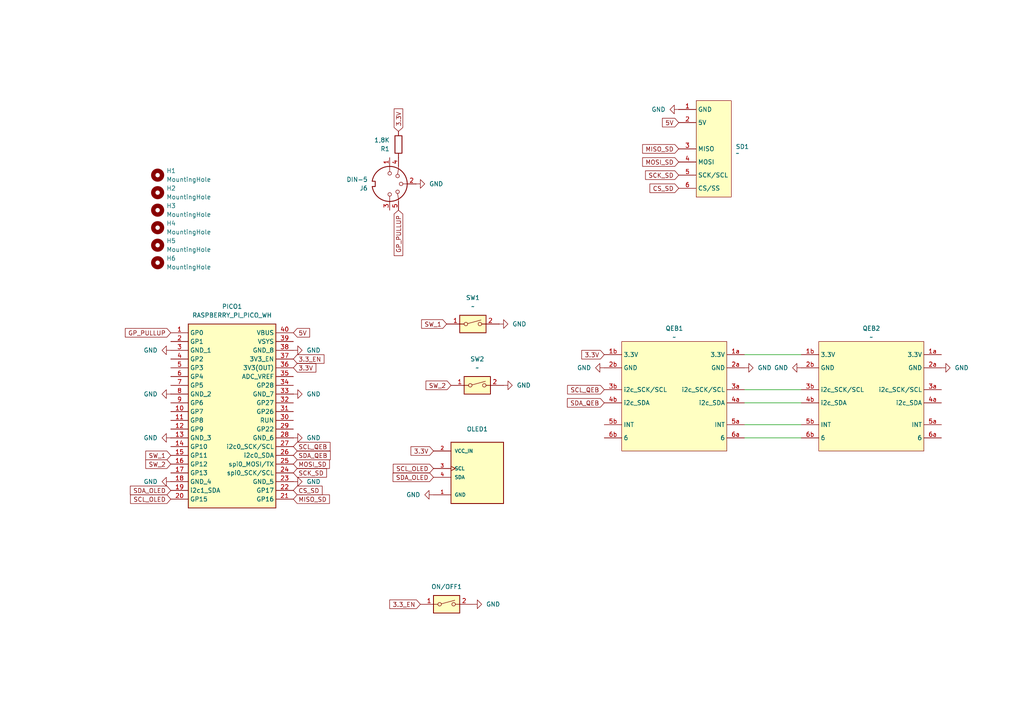
<source format=kicad_sch>
(kicad_sch (version 20231120) (generator "eeschema") (generator_version "8.0")
  (paper "A4")
  (lib_symbols
    (symbol "Connector:DIN-5_180degree" (pin_names (offset 1.016))
      (property "Reference" "J" (at 3.175 5.715 0))
      (property "Value" "DIN-5_180degree" (at 0 -6.35 0))
      (symbol "DIN-5_180degree_0_1"
        (arc (start -5.08 0) (mid -3.8609 -3.3364) (end -0.762 -5.08) (stroke (width 0.254)))
        (circle (center -3.048 0) (radius 0.508))
        (circle (center -2.286 2.286) (radius 0.508))
        (polyline (pts (xy -5.08 0) (xy -3.556 0)))
        (polyline (pts (xy 0 5.08) (xy 0 3.81)))
        (polyline (pts (xy 5.08 0) (xy 3.556 0)))
        (polyline (pts (xy -5.08 2.54) (xy -4.318 2.54) (xy -2.794 2.286)))
        (polyline (pts (xy 5.08 2.54) (xy 4.318 2.54) (xy 2.794 2.286)))
        (polyline (pts (xy -0.762 -4.953) (xy -0.762 -4.191) (xy 0.762 -4.191) (xy 0.762 -4.953)) (stroke (width 0.254)))
        (circle (center 0 3.302) (radius 0.508))
        (arc (start 0.762 -5.08) (mid 3.8685 -3.343) (end 5.08 0) (stroke (width 0.254)))
        (circle (center 2.286 2.286) (radius 0.508))
        (circle (center 3.048 0) (radius 0.508))
        (arc (start 5.08 0) (mid 0 5.0579) (end -5.08 0) (stroke (width 0.254)))
      )
      (symbol "DIN-5_180degree_1_1"
        (pin passive line (at -7.62 0 0) (length 2.54) (name "~") (number "1"))
        (pin passive line (at 0 7.62 270) (length 2.54) (name "~") (number "2"))
        (pin passive line (at 7.62 0 180) (length 2.54) (name "~") (number "3"))
        (pin passive line (at -7.62 2.54 0) (length 2.54) (name "~") (number "4"))
        (pin passive line (at 7.62 2.54 180) (length 2.54) (name "~") (number "5"))
      )
    )
    (symbol "Device:R" (pin_numbers hide) (pin_names (offset 0))
      (property "Reference" "R" (at 2.032 0 90))
      (property "Value" "R" (at 0 0 90))
      (symbol "R_0_1"
        (rectangle (start -1.016 -2.54) (end 1.016 2.54) (stroke (width 0.254)))
      )
      (symbol "R_1_1"
        (pin passive line (at 0 3.81 270) (length 1.27) (name "~") (number "1"))
        (pin passive line (at 0 -3.81 90) (length 1.27) (name "~") (number "2"))
      )
    )
    (symbol "Mechanical:MountingHole" (pin_names (offset 1.016)) (exclude_from_sim yes) (in_bom no)
      (property "Reference" "H" (at 0 5.08 0))
      (property "Value" "MountingHole" (at 0 3.175 0))
      (symbol "MountingHole_0_1"
        (circle (center 0 0) (radius 1.27) (stroke (width 1.27)))
      )
    )
    (symbol "OLED_SSD1306:DM-OLED096-636" (pin_names (offset 1.016))
      (property "Reference" "U" (at -7.62 10.922 0))
      (property "Value" "DM-OLED096-636" (at -7.62 -10.16 0))
      (symbol "DM-OLED096-636_0_0"
        (rectangle (start -7.62 -7.62) (end 7.62 10.16) (stroke (width 0.254)) (fill (type background)))
        (pin power_in line (at 12.7 -5.08 180) (length 5.08) (name "GND") (number "1"))
        (pin power_in line (at 12.7 7.62 180) (length 5.08) (name "VCC_IN") (number "2"))
        (pin input clock (at 12.7 2.54 180) (length 5.08) (name "SCL") (number "3"))
        (pin bidirectional line (at 12.7 0 180) (length 5.08) (name "SDA") (number "4"))
      )
    )
    (symbol "Quad_Encoder_Board:Quad_Encoder_Board"
      (property "Reference" "QEB" (at 0 0 0))
      (symbol "Quad_Encoder_Board_1_1"
        (rectangle (start -15.24 -5.08) (end 15.24 -36.83) (fill (type background)))
        (pin passive line (at -20.32 -8.89 0) (length 5.08) (name "POWER") (number "1a") (alternate "3.3V" passive line))
        (pin passive line (at 20.32 -8.89 180) (length 5.08) (name "POWER") (number "1b") (alternate "3.3V" passive line))
        (pin passive line (at -20.32 -12.7 0) (length 5.08) (name "GND") (number "2a"))
        (pin passive line (at 20.32 -12.7 180) (length 5.08) (name "GND") (number "2b"))
        (pin passive line (at -20.32 -19.05 0) (length 5.08) (name "i2c_SCK/SCL") (number "3a"))
        (pin passive line (at 20.32 -19.05 180) (length 5.08) (name "i2c_SCK/SCL") (number "3b"))
        (pin passive line (at -20.32 -22.86 0) (length 5.08) (name "i2c_SDA") (number "4a"))
        (pin passive line (at 20.32 -22.86 180) (length 5.08) (name "i2c_SDA") (number "4b"))
        (pin passive line (at -20.32 -29.21 0) (length 5.08) (name "INT") (number "5a"))
        (pin passive line (at 20.32 -29.21 180) (length 5.08) (name "INT") (number "5b"))
        (pin passive line (at -20.32 -33.02 0) (length 5.08) (name "6") (number "6a"))
        (pin passive line (at 20.32 -33.02 180) (length 5.08) (name "6") (number "6b"))
      )
    )
    (symbol "RASPBERRY_PI_PICO_WH:RASPBERRY_PI_PICO_WH"
      (property "Reference" "PICO" (at 31.75 7.62 0))
      (property "Value" "RASPBERRY_PI_PICO_WH" (at 31.75 5.08 0))
      (symbol "RASPBERRY_PI_PICO_WH_1_1"
        (rectangle (start 5.08 2.54) (end 30.48 -50.8) (stroke (width 0.254)) (fill (type background)))
        (pin passive line (at 0 0 0) (length 5.08) (name "GP0") (number "1") (alternate "i2c0 SDA" passive line))
        (pin passive line (at 0 -22.86 0) (length 5.08) (name "GP7") (number "10"))
        (pin passive line (at 0 -25.4 0) (length 5.08) (name "GP8") (number "11") (alternate "i2c0 SDA" passive line))
        (pin passive line (at 0 -27.94 0) (length 5.08) (name "GP9") (number "12") (alternate "i2c0 SCK/SCL" passive line))
        (pin passive line (at 0 -30.48 0) (length 5.08) (name "GND_3") (number "13"))
        (pin passive line (at 0 -33.02 0) (length 5.08) (name "GP10") (number "14") (alternate "i2c1 SDA" passive line))
        (pin passive line (at 0 -35.56 0) (length 5.08) (name "GP11") (number "15"))
        (pin passive line (at 0 -38.1 0) (length 5.08) (name "GP12") (number "16") (alternate "i2c0 SDA" passive line))
        (pin passive line (at 0 -40.64 0) (length 5.08) (name "GP13") (number "17") (alternate "i2c0 SCK/SCL" passive line))
        (pin passive line (at 0 -43.18 0) (length 5.08) (name "GND_4") (number "18"))
        (pin passive line (at 0 -45.72 0) (length 5.08) (name "GP14") (number "19") (alternate "i2c1 SDA" passive line))
        (pin passive line (at 0 -2.54 0) (length 5.08) (name "GP1") (number "2") (alternate "i2c0 SCK/SCL" passive line))
        (pin passive line (at 0 -48.26 0) (length 5.08) (name "GP15") (number "20") (alternate "" input line) (alternate "" input line))
        (pin passive line (at 35.56 -48.26 180) (length 5.08) (name "GP16") (number "21") (alternate "" input line) (alternate "i2c0 SDA" passive line) (alternate "" input line))
        (pin passive line (at 35.56 -45.72 180) (length 5.08) (name "GP17") (number "22") (alternate "" input line) (alternate "i2c0 SCK/SCL" passive line) (alternate "" input line))
        (pin passive line (at 35.56 -43.18 180) (length 5.08) (name "GND_5") (number "23"))
        (pin passive line (at 35.56 -40.64 180) (length 5.08) (name "GP18") (number "24") (alternate "i2c1 SDA" passive line) (alternate "spi0 SCK/SCL" passive line))
        (pin passive line (at 35.56 -38.1 180) (length 5.08) (name "GP19") (number "25") (alternate "spi0 MOSI/TX" passive line))
        (pin passive line (at 35.56 -35.56 180) (length 5.08) (name "GP20") (number "26") (alternate "i2c0 SDA" passive line))
        (pin passive line (at 35.56 -33.02 180) (length 5.08) (name "GP21") (number "27") (alternate "i2c0 SCK/SCL" passive line))
        (pin passive line (at 35.56 -30.48 180) (length 5.08) (name "GND_6") (number "28"))
        (pin passive line (at 35.56 -27.94 180) (length 5.08) (name "GP22") (number "29"))
        (pin passive line (at 0 -5.08 0) (length 5.08) (name "GND_1") (number "3"))
        (pin passive line (at 35.56 -25.4 180) (length 5.08) (name "RUN") (number "30"))
        (pin passive line (at 35.56 -22.86 180) (length 5.08) (name "GP26") (number "31") (alternate "i2c1 SDA" passive line))
        (pin passive line (at 35.56 -20.32 180) (length 5.08) (name "GP27") (number "32"))
        (pin passive line (at 35.56 -17.78 180) (length 5.08) (name "GND_7") (number "33"))
        (pin passive line (at 35.56 -15.24 180) (length 5.08) (name "GP28") (number "34"))
        (pin passive line (at 35.56 -12.7 180) (length 5.08) (name "ADC_VREF") (number "35"))
        (pin passive line (at 35.56 -10.16 180) (length 5.08) (name "3V3(OUT)") (number "36"))
        (pin passive line (at 35.56 -7.62 180) (length 5.08) (name "3V3_EN") (number "37"))
        (pin passive line (at 35.56 -5.08 180) (length 5.08) (name "GND_8") (number "38"))
        (pin passive line (at 35.56 -2.54 180) (length 5.08) (name "VSYS") (number "39"))
        (pin passive line (at 0 -7.62 0) (length 5.08) (name "GP2") (number "4") (alternate "i2c1 SDA" passive line))
        (pin passive line (at 35.56 0 180) (length 5.08) (name "VBUS") (number "40"))
        (pin passive line (at 0 -10.16 0) (length 5.08) (name "GP3") (number "5"))
        (pin passive line (at 0 -12.7 0) (length 5.08) (name "GP4") (number "6") (alternate "i2c0 SDA" passive line))
        (pin passive line (at 0 -15.24 0) (length 5.08) (name "GP5") (number "7") (alternate "i2c0 SCK/SCL" passive line))
        (pin passive line (at 0 -17.78 0) (length 5.08) (name "GND_2") (number "8"))
        (pin passive line (at 0 -20.32 0) (length 5.08) (name "GP6") (number "9") (alternate "i2c1 SDA" passive line))
      )
    )
    (symbol "SD_Card:SD_Card_SPI"
      (property "Reference" "SD" (at 0 0 0))
      (symbol "SD_Card_SPI_1_1"
        (rectangle (start -2.54 -2.54) (end 7.62 -30.48) (fill (type background)))
        (pin passive line (at -7.62 -5.08 0) (length 5.08) (name "GND") (number "1"))
        (pin power_in line (at -7.62 -8.89 0) (length 5.08) (name "5V") (number "2"))
        (pin passive line (at -7.62 -16.51 0) (length 5.08) (name "MISO") (number "3"))
        (pin passive line (at -7.62 -20.32 0) (length 5.08) (name "MOSI") (number "4"))
        (pin passive line (at -7.62 -24.13 0) (length 5.08) (name "SCK/SCL") (number "5"))
        (pin passive line (at -7.62 -27.94 0) (length 5.08) (name "CS/SS") (number "6"))
      )
    )
    (symbol "Switch:SW_DIP_x01" (pin_names (offset 0) hide)
      (property "Reference" "SW" (at 0 3.81 0))
      (property "Value" "SW_DIP_x01" (at 0 -3.81 0))
      (symbol "SW_DIP_x01_0_0"
        (circle (center -2.032 0) (radius 0.508))
        (polyline (pts (xy -1.524 0.127) (xy 2.3622 1.1684)))
        (circle (center 2.032 0) (radius 0.508))
      )
      (symbol "SW_DIP_x01_0_1"
        (rectangle (start -3.81 2.54) (end 3.81 -2.54) (stroke (width 0.254)) (fill (type background)))
      )
      (symbol "SW_DIP_x01_1_1"
        (pin passive line (at -7.62 0 0) (length 5.08) (name "~") (number "1"))
        (pin passive line (at 7.62 0 180) (length 5.08) (name "~") (number "2"))
      )
    )
    (symbol "power:GND" (power) (pin_numbers hide) (pin_names (offset 0) hide)
      (property "Value" "GND" (at 0 -3.81 0))
      (symbol "GND_0_1"
        (polyline (pts (xy 0 0) (xy 0 -1.27) (xy 1.27 -1.27) (xy 0 -2.54) (xy -1.27 -1.27) (xy 0 -1.27)))
      )
      (symbol "GND_1_1"
        (pin power_in line (at 0 0 270) (length 0) (name "~") (number "1"))
      )
    )
  )
  (wire (pts (xy 215.9 102.87) (xy 232.41 102.87)))
  (wire (pts (xy 215.9 116.84) (xy 232.41 116.84)))
  (wire (pts (xy 215.9 123.19) (xy 232.41 123.19)))
  (wire (pts (xy 215.9 113.03) (xy 232.41 113.03)))
  (wire (pts (xy 215.9 127) (xy 232.41 127)))
  (global_label "SW_2" (shape input) (at 49.53 134.62 180) (property "Intersheetrefs" "${INTERSHEET_REFS}" (effects (hide yes))))
  (global_label "SCL_QEB" (shape input) (at 175.26 113.03 180) (property "Intersheetrefs" "${INTERSHEET_REFS}" (effects (hide yes))))
  (global_label "MOSI_SD" (shape input) (at 196.85 46.99 180) (property "Intersheetrefs" "${INTERSHEET_REFS}" (effects (hide yes))))
  (global_label "SCL_OLED" (shape input) (at 49.53 144.78 180) (property "Intersheetrefs" "${INTERSHEET_REFS}" (effects (hide yes))))
  (global_label "SCL_OLED" (shape input) (at 125.73 135.89 180) (property "Intersheetrefs" "${INTERSHEET_REFS}" (effects (hide yes))))
  (global_label "SCK_SD" (shape input) (at 85.09 137.16 0) (property "Intersheetrefs" "${INTERSHEET_REFS}" (effects (hide yes))))
  (global_label "GP_PULLUP" (shape input) (at 49.53 96.52 180) (property "Intersheetrefs" "${INTERSHEET_REFS}" (effects (hide yes))))
  (global_label "SW_1" (shape input) (at 129.54 93.98 180) (property "Intersheetrefs" "${INTERSHEET_REFS}" (effects (hide yes))))
  (global_label "3.3V" (shape input) (at 115.57 38.1 90) (property "Intersheetrefs" "${INTERSHEET_REFS}" (effects (hide yes))))
  (global_label "SDA_OLED" (shape input) (at 49.53 142.24 180) (property "Intersheetrefs" "${INTERSHEET_REFS}" (effects (hide yes))))
  (global_label "3.3V" (shape input) (at 125.73 130.81 180) (property "Intersheetrefs" "${INTERSHEET_REFS}" (effects (hide yes))))
  (global_label "SW_2" (shape input) (at 130.81 111.76 180) (property "Intersheetrefs" "${INTERSHEET_REFS}" (effects (hide yes))))
  (global_label "MOSI_SD" (shape input) (at 85.09 134.62 0) (property "Intersheetrefs" "${INTERSHEET_REFS}" (effects (hide yes))))
  (global_label "CS_SD" (shape input) (at 85.09 142.24 0) (property "Intersheetrefs" "${INTERSHEET_REFS}" (effects (hide yes))))
  (global_label "5V" (shape input) (at 196.85 35.56 180) (property "Intersheetrefs" "${INTERSHEET_REFS}" (effects (hide yes))))
  (global_label "5V" (shape input) (at 85.09 96.52 0) (property "Intersheetrefs" "${INTERSHEET_REFS}" (effects (hide yes))))
  (global_label "CS_SD" (shape input) (at 196.85 54.61 180) (property "Intersheetrefs" "${INTERSHEET_REFS}" (effects (hide yes))))
  (global_label "SDA_OLED" (shape input) (at 125.73 138.43 180) (property "Intersheetrefs" "${INTERSHEET_REFS}" (effects (hide yes))))
  (global_label "3.3_EN" (shape input) (at 121.92 175.26 180) (property "Intersheetrefs" "${INTERSHEET_REFS}" (effects (hide yes))))
  (global_label "3.3_EN" (shape input) (at 85.09 104.14 0) (property "Intersheetrefs" "${INTERSHEET_REFS}" (effects (hide yes))))
  (global_label "SDA_QEB" (shape input) (at 175.26 116.84 180) (property "Intersheetrefs" "${INTERSHEET_REFS}" (effects (hide yes))))
  (global_label "SCL_QEB" (shape input) (at 85.09 129.54 0) (property "Intersheetrefs" "${INTERSHEET_REFS}" (effects (hide yes))))
  (global_label "3.3V" (shape input) (at 85.09 106.68 0) (property "Intersheetrefs" "${INTERSHEET_REFS}" (effects (hide yes))))
  (global_label "3.3V" (shape input) (at 175.26 102.87 180) (property "Intersheetrefs" "${INTERSHEET_REFS}" (effects (hide yes))))
  (global_label "SDA_QEB" (shape input) (at 85.09 132.08 0) (property "Intersheetrefs" "${INTERSHEET_REFS}" (effects (hide yes))))
  (global_label "MISO_SD" (shape input) (at 85.09 144.78 0) (property "Intersheetrefs" "${INTERSHEET_REFS}" (effects (hide yes))))
  (global_label "MISO_SD" (shape input) (at 196.85 43.18 180) (property "Intersheetrefs" "${INTERSHEET_REFS}" (effects (hide yes))))
  (global_label "SW_1" (shape input) (at 49.53 132.08 180) (property "Intersheetrefs" "${INTERSHEET_REFS}" (effects (hide yes))))
  (global_label "SCK_SD" (shape input) (at 196.85 50.8 180) (property "Intersheetrefs" "${INTERSHEET_REFS}" (effects (hide yes))))
  (global_label "GP_PULLUP" (shape input) (at 115.57 60.96 270) (property "Intersheetrefs" "${INTERSHEET_REFS}" (effects (hide yes))))
  (symbol (lib_id "power:GND") (at 120.65 53.34 90) (unit 1)
    (property "Reference" "#PWR06" (effects (hide yes)))
    (property "Value" "GND" (at 124.46 53.3401 90) (effects (justify right)))
    (property "Description" "Power symbol creates a global label with name \"GND\" , ground" (effects (hide yes)))
  )
  (symbol (lib_id "power:GND") (at 49.53 139.7 270) (unit 1)
    (property "Reference" "#PWR021" (effects (hide yes)))
    (property "Value" "GND" (at 45.72 139.6999 90) (effects (justify right)))
    (property "Description" "Power symbol creates a global label with name \"GND\" , ground" (effects (hide yes)))
  )
  (symbol (lib_id "power:GND") (at 232.41 106.68 270) (unit 1)
    (property "Reference" "#PWR010" (effects (hide yes)))
    (property "Value" "GND" (at 228.6 106.6799 90) (effects (justify right)))
    (property "Description" "Power symbol creates a global label with name \"GND\" , ground" (effects (hide yes)))
  )
  (symbol (lib_id "Mechanical:MountingHole") (at 45.72 76.2 0) (unit 1) (exclude_from_sim yes) (in_bom no)
    (property "Reference" "H6" (at 48.26 74.9299 0) (effects (justify left)))
    (property "Value" "MountingHole" (at 48.26 77.4699 0) (effects (justify left)))
    (property "Footprint" "MountingHole:MountingHole_4.3mm_M4" (effects (hide yes)))
    (property "Description" "Mounting Hole without connection" (effects (hide yes)))
  )
  (symbol (lib_id "power:GND") (at 196.85 31.75 270) (mirror x) (unit 1)
    (property "Reference" "#PWR05" (effects (hide yes)))
    (property "Value" "GND" (at 193.04 31.7499 90) (effects (justify right)))
    (property "Description" "Power symbol creates a global label with name \"GND\" , ground" (effects (hide yes)))
  )
  (symbol (lib_id "power:GND") (at 85.09 127 90) (unit 1)
    (property "Reference" "#PWR023" (effects (hide yes)))
    (property "Value" "GND" (at 88.9 126.9999 90) (effects (justify right)))
    (property "Description" "Power symbol creates a global label with name \"GND\" , ground" (effects (hide yes)))
  )
  (symbol (lib_id "Mechanical:MountingHole") (at 45.72 55.88 0) (unit 1) (exclude_from_sim yes) (in_bom no)
    (property "Reference" "H2" (at 48.26 54.6099 0) (effects (justify left)))
    (property "Value" "MountingHole" (at 48.26 57.1499 0) (effects (justify left)))
    (property "Footprint" "MountingHole:MountingHole_4.3mm_M4" (effects (hide yes)))
    (property "Description" "Mounting Hole without connection" (effects (hide yes)))
  )
  (symbol (lib_id "power:GND") (at 85.09 139.7 90) (unit 1)
    (property "Reference" "#PWR022" (effects (hide yes)))
    (property "Value" "GND" (at 88.9 139.6999 90) (effects (justify right)))
    (property "Description" "Power symbol creates a global label with name \"GND\" , ground" (effects (hide yes)))
  )
  (symbol (lib_id "Quad_Encoder_Board:Quad_Encoder_Board") (at 195.58 93.98 0) (mirror y) (unit 1)
    (property "Reference" "QEB1" (at 195.58 95.25 0))
    (property "Value" "~" (at 195.58 97.79 0))
    (property "Footprint" "quad_rotary_encoder_board:quad_rotary_encoder_board" (effects (hide yes)))
    (pin "1b" (alternate "3.3V"))
    (pin "1a" (alternate "3.3V"))
  )
  (symbol (lib_id "SD_Card:SD_Card_SPI") (at 204.47 26.67 0) (unit 1)
    (property "Reference" "SD1" (at 213.36 42.5449 0) (effects (justify left)))
    (property "Value" "~" (at 213.36 44.45 0) (effects (justify left)))
    (property "Footprint" "SD_board:SD_card" (effects (hide yes)))
  )
  (symbol (lib_id "power:GND") (at 175.26 106.68 270) (unit 1)
    (property "Reference" "#PWR08" (effects (hide yes)))
    (property "Value" "GND" (at 171.45 106.6799 90) (effects (justify right)))
    (property "Description" "Power symbol creates a global label with name \"GND\" , ground" (effects (hide yes)))
  )
  (symbol (lib_id "Mechanical:MountingHole") (at 45.72 71.12 0) (unit 1) (exclude_from_sim yes) (in_bom no)
    (property "Reference" "H5" (at 48.26 69.8499 0) (effects (justify left)))
    (property "Value" "MountingHole" (at 48.26 72.3899 0) (effects (justify left)))
    (property "Footprint" "MountingHole:MountingHole_4.3mm_M4" (effects (hide yes)))
    (property "Description" "Mounting Hole without connection" (effects (hide yes)))
  )
  (symbol (lib_id "Device:R") (at 115.57 41.91 180) (unit 1)
    (property "Reference" "R1" (at 113.03 43.1801 0) (effects (justify left)))
    (property "Value" "1,8K" (at 113.03 40.6401 0) (effects (justify left)))
    (property "Footprint" "Resistor_SMD:R_0805_2012Metric" (effects (hide yes)))
    (property "Description" "Resistor" (effects (hide yes)))
  )
  (symbol (lib_id "power:GND") (at 146.05 111.76 90) (unit 1)
    (property "Reference" "#PWR03" (effects (hide yes)))
    (property "Value" "GND" (at 149.86 111.7599 90) (effects (justify right)))
    (property "Description" "Power symbol creates a global label with name \"GND\" , ground" (effects (hide yes)))
  )
  (symbol (lib_id "Switch:SW_DIP_x01") (at 129.54 175.26 0) (unit 1)
    (property "Reference" "ON/OFF1" (at 129.54 170.18 0))
    (property "Value" "ON_OFF" (effects (hide yes)))
    (property "Footprint" "Connector_JST:JST_XH_B2B-XH-A_1x02_P2.50mm_Vertical" (effects (hide yes)))
    (property "Description" "1x DIP Switch, Single Pole Single Throw (SPST) switch, small symbol" (effects (hide yes)))
  )
  (symbol (lib_id "Mechanical:MountingHole") (at 45.72 50.8 0) (unit 1) (exclude_from_sim yes) (in_bom no)
    (property "Reference" "H1" (at 48.26 49.5299 0) (effects (justify left)))
    (property "Value" "MountingHole" (at 48.26 52.0699 0) (effects (justify left)))
    (property "Footprint" "MountingHole:MountingHole_4.3mm_M4" (effects (hide yes)))
    (property "Description" "Mounting Hole without connection" (effects (hide yes)))
  )
  (symbol (lib_id "power:GND") (at 137.16 175.26 90) (unit 1)
    (property "Reference" "#PWR017" (effects (hide yes)))
    (property "Value" "GND" (at 140.97 175.2599 90) (effects (justify right)))
    (property "Description" "Power symbol creates a global label with name \"GND\" , ground" (effects (hide yes)))
  )
  (symbol (lib_id "power:GND") (at 49.53 114.3 270) (unit 1)
    (property "Reference" "#PWR019" (effects (hide yes)))
    (property "Value" "GND" (at 45.72 114.2999 90) (effects (justify right)))
    (property "Description" "Power symbol creates a global label with name \"GND\" , ground" (effects (hide yes)))
  )
  (symbol (lib_id "power:GND") (at 85.09 114.3 90) (unit 1)
    (property "Reference" "#PWR024" (effects (hide yes)))
    (property "Value" "GND" (at 88.9 114.2999 90) (effects (justify right)))
    (property "Description" "Power symbol creates a global label with name \"GND\" , ground" (effects (hide yes)))
  )
  (symbol (lib_id "RASPBERRY_PI_PICO_WH:RASPBERRY_PI_PICO_WH") (at 49.53 96.52 0) (unit 1)
    (property "Reference" "PICO1" (at 67.31 88.9 0))
    (property "Value" "RASPBERRY_PI_PICO_WH" (at 67.31 91.44 0))
    (property "Footprint" "RASPBERRYPIPICOWH" (effects (hide yes)))
    (property "Datasheet" "https://datasheets.raspberrypi.com/picow/pico-w-datasheet.pdf" (effects (hide yes)))
    (property "Description" "RASPBERRY-PI - RASPBERRY PI PICO WH - SBC, Raspberry Pi Pico WH, RP2040, ARM Cortex-M0+, 264kB RAM, 2MB Flash, Wifi, With header" (effects (hide yes)))
    (property "Height" "4" (effects (hide yes)))
    (property "Manufacturer_Name" "RASPBERRY-PI" (effects (hide yes)))
    (property "Manufacturer_Part_Number" "RASPBERRY PI PICO WH" (effects (hide yes)))
    (pin "24" (alternate "spi0 SCK/SCL"))
    (pin "25" (alternate "spi0 MOSI/TX"))
    (pin "22" (alternate "spi0 CS"))
    (pin "20" (alternate "i2c1 SCL"))
    (pin "26" (alternate "i2c0 SDA"))
    (pin "19" (alternate "i2c1 SDA"))
    (pin "21" (alternate "spi0 MISO"))
    (pin "27" (alternate "i2c0 SCK/SCL"))
  )
  (symbol (lib_id "Mechanical:MountingHole") (at 45.72 66.04 0) (unit 1) (exclude_from_sim yes) (in_bom no)
    (property "Reference" "H4" (at 48.26 64.7699 0) (effects (justify left)))
    (property "Value" "MountingHole" (at 48.26 67.3099 0) (effects (justify left)))
    (property "Footprint" "MountingHole:MountingHole_4.3mm_M4" (effects (hide yes)))
    (property "Description" "Mounting Hole without connection" (effects (hide yes)))
  )
  (symbol (lib_id "power:GND") (at 215.9 106.68 90) (unit 1)
    (property "Reference" "#PWR011" (effects (hide yes)))
    (property "Value" "GND" (at 219.71 106.6799 90) (effects (justify right)))
    (property "Description" "Power symbol creates a global label with name \"GND\" , ground" (effects (hide yes)))
  )
  (symbol (lib_id "power:GND") (at 85.09 101.6 90) (unit 1)
    (property "Reference" "#PWR025" (effects (hide yes)))
    (property "Value" "GND" (at 88.9 101.5999 90) (effects (justify right)))
    (property "Description" "Power symbol creates a global label with name \"GND\" , ground" (effects (hide yes)))
  )
  (symbol (lib_id "power:GND") (at 144.78 93.98 90) (unit 1)
    (property "Reference" "#PWR04" (effects (hide yes)))
    (property "Value" "GND" (at 148.59 93.9799 90) (effects (justify right)))
    (property "Description" "Power symbol creates a global label with name \"GND\" , ground" (effects (hide yes)))
  )
  (symbol (lib_id "Mechanical:MountingHole") (at 45.72 60.96 0) (unit 1) (exclude_from_sim yes) (in_bom no)
    (property "Reference" "H3" (at 48.26 59.6899 0) (effects (justify left)))
    (property "Value" "MountingHole" (at 48.26 62.2299 0) (effects (justify left)))
    (property "Footprint" "MountingHole:MountingHole_4.3mm_M4" (effects (hide yes)))
    (property "Description" "Mounting Hole without connection" (effects (hide yes)))
  )
  (symbol (lib_id "Switch:SW_DIP_x01") (at 137.16 93.98 0) (unit 1)
    (property "Reference" "SW1" (at 137.16 86.36 0))
    (property "Value" "~" (at 137.16 88.9 0))
    (property "Footprint" "Kailh_socket:Kailh_socket_MX_platemount" (effects (hide yes)))
    (property "Description" "1x DIP Switch, Single Pole Single Throw (SPST) switch, small symbol" (effects (hide yes)))
  )
  (symbol (lib_id "power:GND") (at 125.73 143.51 270) (unit 1)
    (property "Reference" "#PWR01" (effects (hide yes)))
    (property "Value" "GND" (at 121.92 143.5099 90) (effects (justify right)))
    (property "Description" "Power symbol creates a global label with name \"GND\" , ground" (effects (hide yes)))
  )
  (symbol (lib_id "power:GND") (at 49.53 101.6 270) (unit 1)
    (property "Reference" "#PWR018" (effects (hide yes)))
    (property "Value" "GND" (at 45.72 101.5999 90) (effects (justify right)))
    (property "Description" "Power symbol creates a global label with name \"GND\" , ground" (effects (hide yes)))
  )
  (symbol (lib_id "Quad_Encoder_Board:Quad_Encoder_Board") (at 252.73 93.98 0) (mirror y) (unit 1)
    (property "Reference" "QEB2" (at 252.73 95.25 0))
    (property "Value" "~" (at 252.73 97.79 0))
    (property "Footprint" "quad_rotary_encoder_board:quad_rotary_encoder_board" (effects (hide yes)))
    (pin "1b" (alternate "3.3V"))
    (pin "1a" (alternate "3.3V"))
  )
  (symbol (lib_id "power:GND") (at 49.53 127 270) (unit 1)
    (property "Reference" "#PWR020" (effects (hide yes)))
    (property "Value" "GND" (at 45.72 126.9999 90) (effects (justify right)))
    (property "Description" "Power symbol creates a global label with name \"GND\" , ground" (effects (hide yes)))
  )
  (symbol (lib_id "Connector:DIN-5_180degree") (at 113.03 53.34 270) (unit 1)
    (property "Reference" "J6" (at 106.68 54.6102 90) (effects (justify right)))
    (property "Value" "DIN-5" (at 106.68 52.0702 90) (effects (justify right)))
    (property "Footprint" "din 5:DIN-5" (effects (hide yes)))
    (property "Datasheet" "http://www.mouser.com/ds/2/18/40_c091_abd_e-75918.pdf" (effects (hide yes)))
    (property "Description" "5-pin DIN connector (5-pin DIN-5 stereo)" (effects (hide yes)))
  )
  (symbol (lib_id "power:GND") (at 273.05 106.68 90) (unit 1)
    (property "Reference" "#PWR012" (effects (hide yes)))
    (property "Value" "GND" (at 276.86 106.6799 90) (effects (justify right)))
    (property "Description" "Power symbol creates a global label with name \"GND\" , ground" (effects (hide yes)))
  )
  (symbol (lib_id "OLED_SSD1306:DM-OLED096-636") (at 138.43 138.43 0) (mirror y) (unit 1)
    (property "Reference" "OLED1" (at 138.43 124.46 0))
    (property "Value" "OLED" (effects (hide yes)))
    (property "Footprint" "OLED:OLED_SSD1306" (effects (hide yes)))
    (property "MF" "Display Module" (effects (hide yes)))
    (property "MAXIMUM_PACKAGE_HEIGHT" "11.3 mm" (effects (hide yes)))
    (property "Package" "Package" (effects (hide yes)))
    (property "Price" "None" (effects (hide yes)))
    (property "Check_prices" "https://www.snapeda.com/parts/DM-OLED096-636/Display+Module/view-part/?ref=eda" (effects (hide yes)))
    (property "STANDARD" "Manufacturer Recommendations" (effects (hide yes)))
    (property "PARTREV" "2018-09-10" (effects (hide yes)))
    (property "SnapEDA_Link" "https://www.snapeda.com/parts/DM-OLED096-636/Display+Module/view-part/?ref=snap" (effects (hide yes)))
    (property "MP" "DM-OLED096-636" (effects (hide yes)))
    (property "Description_1" "\n0.96” 128 X 64 MONOCHROME GRAPHIC OLED DISPLAY MODULE - I2C\n" (effects (hide yes)))
    (property "Availability" "Not in stock" (effects (hide yes)))
    (property "MANUFACTURER" "Displaymodule" (effects (hide yes)))
  )
  (symbol (lib_id "Switch:SW_DIP_x01") (at 138.43 111.76 0) (unit 1)
    (property "Reference" "SW2" (at 138.43 104.14 0))
    (property "Value" "~" (at 138.43 106.68 0))
    (property "Footprint" "Kailh_socket:Kailh_socket_MX_platemount" (effects (hide yes)))
    (property "Description" "1x DIP Switch, Single Pole Single Throw (SPST) switch, small symbol" (effects (hide yes)))
  )
)
</source>
